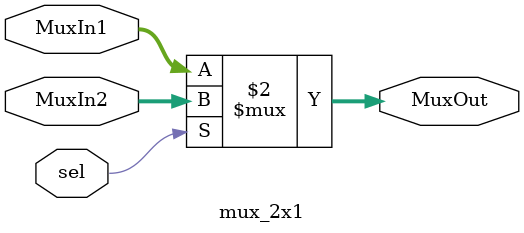
<source format=v>
module mux_2x1 #(parameter N = 32 ) (
	output [N-1:0]MuxOut,
	input [N-1:0] MuxIn1,MuxIn2,
	input sel
);

	assign MuxOut = (sel == 1'b0) ? MuxIn1 : MuxIn2;

endmodule

</source>
